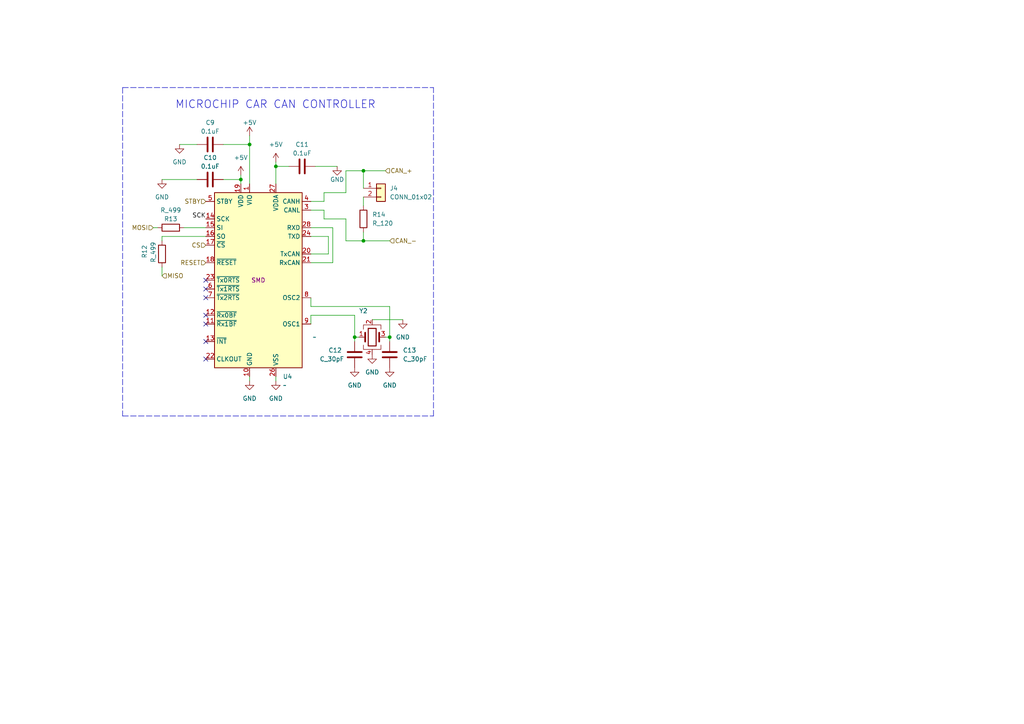
<source format=kicad_sch>
(kicad_sch (version 20211123) (generator eeschema)
  (paper "A4")
  (lib_symbols
    (symbol "OEM:0u1F" (pin_numbers hide) (pin_names (offset 0.254))
      (property "Reference" "C" (at 0.635 2.54 0))
      (property "Value" "0u1F" (at 0.635 -2.54 0))
      (symbol "0u1F_0_1"
        (polyline (pts (xy -2.032 -0.762) (xy 2.032 -0.762)) (stroke (width 0.508)))
        (polyline (pts (xy -2.032 0.762) (xy 2.032 0.762)) (stroke (width 0.508)))
      )
      (symbol "0u1F_1_1"
        (pin passive line (at 0 3.81 270) (length 2.794) (name "~") (number "1"))
        (pin passive line (at 0 -3.81 90) (length 2.794) (name "~") (number "2"))
      )
    )
    (symbol "OEM:120R" (pin_numbers hide) (pin_names (offset 0))
      (property "Reference" "R" (at 2.032 0 90))
      (property "Value" "120R" (at 0 0 90))
      (symbol "120R_0_1"
        (rectangle (start -1.016 -2.54) (end 1.016 2.54) (stroke (width 0.254)))
      )
      (symbol "120R_1_1"
        (pin passive line (at 0 3.81 270) (length 1.27) (name "~") (number "1"))
        (pin passive line (at 0 -3.81 90) (length 1.27) (name "~") (number "2"))
      )
    )
    (symbol "OEM:30pF" (pin_numbers hide) (pin_names (offset 0.254))
      (property "Reference" "C" (at 0.635 2.54 0))
      (property "Value" "30pF" (at 0.635 -2.54 0))
      (symbol "30pF_0_1"
        (polyline (pts (xy -2.032 -0.762) (xy 2.032 -0.762)) (stroke (width 0.508)))
        (polyline (pts (xy -2.032 0.762) (xy 2.032 0.762)) (stroke (width 0.508)))
      )
      (symbol "30pF_1_1"
        (pin passive line (at 0 3.81 270) (length 2.794) (name "~") (number "1"))
        (pin passive line (at 0 -3.81 90) (length 2.794) (name "~") (number "2"))
      )
    )
    (symbol "OEM:499R" (pin_numbers hide) (pin_names (offset 0))
      (property "Reference" "R" (at 2.032 0 90))
      (property "Value" "499R" (at 0 0 90))
      (symbol "499R_0_1"
        (rectangle (start -1.016 -2.54) (end 1.016 2.54) (stroke (width 0.254)))
      )
      (symbol "499R_1_1"
        (pin passive line (at 0 3.81 270) (length 1.27) (name "~") (number "1"))
        (pin passive line (at 0 -3.81 90) (length 1.27) (name "~") (number "2"))
      )
    )
    (symbol "OEM:CONN_01x02" (pin_names (offset 1.016) hide)
      (property "Reference" "J" (at 0 2.54 0))
      (property "Value" "CONN_01x02" (at 0 -5.08 0))
      (symbol "CONN_01x02_1_1"
        (rectangle (start -1.27 -2.413) (end 0 -2.667) (stroke (width 0.1524)))
        (rectangle (start -1.27 0.127) (end 0 -0.127) (stroke (width 0.1524)))
        (rectangle (start -1.27 1.27) (end 1.27 -3.81) (stroke (width 0.254)) (fill (type background)))
        (pin passive line (at -5.08 0 0) (length 3.81) (name "Pin_1") (number "1"))
        (pin passive line (at -5.08 -2.54 0) (length 3.81) (name "Pin_2") (number "2"))
      )
    )
    (symbol "OEM:Crystal_16MHz_18pF" (pin_names (offset 1.016) hide)
      (property "Reference" "Y" (at 3.175 5.08 0))
      (property "Value" "Crystal_16MHz_18pF" (at 3.175 3.175 0))
      (symbol "Crystal_16MHz_18pF_0_1"
        (rectangle (start -1.143 2.54) (end 1.143 -2.54) (stroke (width 0.3048)))
        (polyline (pts (xy -2.54 0) (xy -2.032 0)))
        (polyline (pts (xy -2.032 -1.27) (xy -2.032 1.27)) (stroke (width 0.508)))
        (polyline (pts (xy 0 -3.81) (xy 0 -3.556)))
        (polyline (pts (xy 0 3.556) (xy 0 3.81)))
        (polyline (pts (xy 2.032 -1.27) (xy 2.032 1.27)) (stroke (width 0.508)))
        (polyline (pts (xy 2.032 0) (xy 2.54 0)))
        (polyline (pts (xy -2.54 -2.286) (xy -2.54 -3.556) (xy 2.54 -3.556) (xy 2.54 -2.286)))
        (polyline (pts (xy -2.54 2.286) (xy -2.54 3.556) (xy 2.54 3.556) (xy 2.54 2.286)))
      )
      (symbol "Crystal_16MHz_18pF_1_1"
        (pin passive line (at -3.81 0 0) (length 1.27) (name "1") (number "1"))
        (pin passive line (at 0 5.08 270) (length 1.27) (name "2") (number "2"))
        (pin passive line (at 3.81 0 180) (length 1.27) (name "3") (number "3"))
        (pin passive line (at 0 -5.08 90) (length 1.27) (name "4") (number "4"))
      )
    )
    (symbol "OEM:MCP25625-x-SS"
      (property "Reference" "U" (at -11.43 26.67 0))
      (property "Value" "MCP25625-x-SS" (at 15.24 26.67 0))
      (property "NewDesigns" "CHECK STOCK FIRST" (at 0 -33.02 0))
      (property "Style" "SMD" (at 0 0 0))
      (symbol "MCP25625-x-SS_0_1"
        (rectangle (start -12.7 25.4) (end 12.7 -25.4) (stroke (width 0.254)) (fill (type background)))
      )
      (symbol "MCP25625-x-SS_1_1"
        (pin power_in line (at -2.54 27.94 270) (length 2.54) (name "VIO") (number "1"))
        (pin power_in line (at -2.54 -27.94 90) (length 2.54) (name "GND") (number "10"))
        (pin output line (at -15.24 -12.7 0) (length 2.54) (name "~{Rx1BF}") (number "11"))
        (pin output line (at -15.24 -10.16 0) (length 2.54) (name "~{Rx0BF}") (number "12"))
        (pin output line (at -15.24 -17.78 0) (length 2.54) (name "~{INT}") (number "13"))
        (pin input line (at -15.24 17.78 0) (length 2.54) (name "SCK") (number "14"))
        (pin input line (at -15.24 15.24 0) (length 2.54) (name "SI") (number "15"))
        (pin output line (at -15.24 12.7 0) (length 2.54) (name "SO") (number "16"))
        (pin input line (at -15.24 10.16 0) (length 2.54) (name "~{CS}") (number "17"))
        (pin input line (at -15.24 5.08 0) (length 2.54) (name "~{RESET}") (number "18"))
        (pin power_in line (at -5.08 27.94 270) (length 2.54) (name "VDD") (number "19"))
        (pin no_connect line (at 12.7 -15.24 180) (length 2.54) hide (name "NC") (number "2"))
        (pin output line (at 15.24 7.62 180) (length 2.54) (name "TxCAN") (number "20"))
        (pin input line (at 15.24 5.08 180) (length 2.54) (name "RxCAN") (number "21"))
        (pin output line (at -15.24 -22.86 0) (length 2.54) (name "CLKOUT") (number "22"))
        (pin input line (at -15.24 0 0) (length 2.54) (name "~{Tx0RTS}") (number "23"))
        (pin input line (at 15.24 12.7 180) (length 2.54) (name "TXD") (number "24"))
        (pin no_connect line (at 12.7 -17.78 180) (length 2.54) hide (name "NC") (number "25"))
        (pin power_in line (at 5.08 -27.94 90) (length 2.54) (name "VSS") (number "26"))
        (pin power_in line (at 5.08 27.94 270) (length 2.54) (name "VDDA") (number "27"))
        (pin output line (at 15.24 15.24 180) (length 2.54) (name "RXD") (number "28"))
        (pin bidirectional line (at 15.24 20.32 180) (length 2.54) (name "CANL") (number "3"))
        (pin bidirectional line (at 15.24 22.86 180) (length 2.54) (name "CANH") (number "4"))
        (pin input line (at -15.24 22.86 0) (length 2.54) (name "STBY") (number "5"))
        (pin input line (at -15.24 -2.54 0) (length 2.54) (name "~{Tx1RTS}") (number "6"))
        (pin input line (at -15.24 -5.08 0) (length 2.54) (name "~{Tx2RTS}") (number "7"))
        (pin output line (at 15.24 -5.08 180) (length 2.54) (name "OSC2") (number "8"))
        (pin input line (at 15.24 -12.7 180) (length 2.54) (name "OSC1") (number "9"))
      )
    )
    (symbol "power:+5V" (power) (pin_names (offset 0))
      (property "Value" "+5V" (at 0 3.556 0))
      (symbol "+5V_0_1"
        (polyline (pts (xy -0.762 1.27) (xy 0 2.54)))
        (polyline (pts (xy 0 0) (xy 0 2.54)))
        (polyline (pts (xy 0 2.54) (xy 0.762 1.27)))
      )
      (symbol "+5V_1_1"
        (pin power_in line (at 0 0 90) (length 0) hide (name "+5V") (number "1"))
      )
    )
    (symbol "power:GND" (power) (pin_names (offset 0))
      (property "Value" "GND" (at 0 -3.81 0))
      (symbol "GND_0_1"
        (polyline (pts (xy 0 0) (xy 0 -1.27) (xy 1.27 -1.27) (xy 0 -2.54) (xy -1.27 -1.27) (xy 0 -1.27)))
      )
      (symbol "GND_1_1"
        (pin power_in line (at 0 0 270) (length 0) hide (name "GND") (number "1"))
      )
    )
  )
  (junction (at 72.39 41.91))
  (junction (at 105.41 49.53))
  (junction (at 113.03 97.79))
  (junction (at 105.41 69.85))
  (junction (at 102.87 97.79))
  (junction (at 80.01 48.26))
  (junction (at 69.85 52.07))
  (no_connect (at 59.69 99.06))
  (no_connect (at 59.69 104.14))
  (no_connect (at 59.69 91.44))
  (no_connect (at 59.69 83.82))
  (no_connect (at 59.69 86.36))
  (no_connect (at 59.69 93.98))
  (no_connect (at 59.69 81.28))
  (wire (pts (xy 46.99 52.07) (xy 57.15 52.07)))
  (wire (pts (xy 90.17 88.9) (xy 90.17 86.36)))
  (wire (pts (xy 96.52 66.04) (xy 90.17 66.04)))
  (wire (pts (xy 105.41 67.31) (xy 105.41 69.85)))
  (wire (pts (xy 105.41 49.53) (xy 111.76 49.53)))
  (polyline (pts (xy 35.56 120.65) (xy 125.73 120.65)))
  (wire (pts (xy 72.39 39.37) (xy 72.39 41.91)))
  (wire (pts (xy 113.03 88.9) (xy 113.03 97.79)))
  (wire (pts (xy 102.87 97.79) (xy 102.87 99.06)))
  (wire (pts (xy 69.85 52.07) (xy 69.85 53.34)))
  (wire (pts (xy 90.17 76.2) (xy 96.52 76.2)))
  (wire (pts (xy 93.98 55.88) (xy 100.33 55.88)))
  (wire (pts (xy 111.76 97.79) (xy 113.03 97.79)))
  (wire (pts (xy 100.33 49.53) (xy 105.41 49.53)))
  (wire (pts (xy 93.98 60.96) (xy 93.98 63.5)))
  (wire (pts (xy 53.34 66.04) (xy 59.69 66.04)))
  (wire (pts (xy 90.17 60.96) (xy 93.98 60.96)))
  (wire (pts (xy 93.98 58.42) (xy 93.98 55.88)))
  (wire (pts (xy 105.41 57.15) (xy 105.41 59.69)))
  (wire (pts (xy 80.01 109.22) (xy 80.01 110.49)))
  (wire (pts (xy 46.99 68.58) (xy 46.99 69.85)))
  (wire (pts (xy 95.25 68.58) (xy 95.25 73.66)))
  (polyline (pts (xy 35.56 25.4) (xy 35.56 120.65)))
  (wire (pts (xy 59.69 68.58) (xy 46.99 68.58)))
  (wire (pts (xy 102.87 97.79) (xy 104.14 97.79)))
  (wire (pts (xy 64.77 41.91) (xy 72.39 41.91)))
  (wire (pts (xy 90.17 68.58) (xy 95.25 68.58)))
  (wire (pts (xy 102.87 91.44) (xy 90.17 91.44)))
  (wire (pts (xy 90.17 88.9) (xy 113.03 88.9)))
  (wire (pts (xy 69.85 50.8) (xy 69.85 52.07)))
  (wire (pts (xy 100.33 49.53) (xy 100.33 55.88)))
  (polyline (pts (xy 35.56 25.4) (xy 125.73 25.4)))
  (wire (pts (xy 80.01 48.26) (xy 83.82 48.26)))
  (wire (pts (xy 69.85 52.07) (xy 64.77 52.07)))
  (wire (pts (xy 105.41 69.85) (xy 100.33 69.85)))
  (wire (pts (xy 44.45 66.04) (xy 45.72 66.04)))
  (wire (pts (xy 90.17 91.44) (xy 90.17 93.98)))
  (wire (pts (xy 100.33 69.85) (xy 100.33 63.5)))
  (polyline (pts (xy 125.73 120.65) (xy 125.73 25.4)))
  (wire (pts (xy 72.39 109.22) (xy 72.39 110.49)))
  (wire (pts (xy 113.03 97.79) (xy 113.03 99.06)))
  (wire (pts (xy 105.41 49.53) (xy 105.41 54.61)))
  (wire (pts (xy 96.52 76.2) (xy 96.52 66.04)))
  (wire (pts (xy 52.07 41.91) (xy 57.15 41.91)))
  (wire (pts (xy 93.98 63.5) (xy 100.33 63.5)))
  (wire (pts (xy 102.87 91.44) (xy 102.87 97.79)))
  (wire (pts (xy 95.25 73.66) (xy 90.17 73.66)))
  (wire (pts (xy 46.99 77.47) (xy 46.99 80.01)))
  (wire (pts (xy 107.95 92.71) (xy 116.84 92.71)))
  (wire (pts (xy 72.39 41.91) (xy 72.39 53.34)))
  (wire (pts (xy 113.03 69.85) (xy 105.41 69.85)))
  (wire (pts (xy 90.17 58.42) (xy 93.98 58.42)))
  (wire (pts (xy 80.01 46.99) (xy 80.01 48.26)))
  (wire (pts (xy 80.01 48.26) (xy 80.01 53.34)))
  (wire (pts (xy 91.44 48.26) (xy 97.79 48.26)))
  (text "MICROCHIP CAR CAN CONTROLLER" (at 50.8 31.75 0) (effects (font (size 2.2606 2.2606)) (justify left bottom)))
  (label "SCK" (at 59.69 63.5 180))
  (hierarchical_label "CS" (shape input) (at 59.69 71.12 180))
  (hierarchical_label "CAN_+" (shape input) (at 111.76 49.53 0))
  (hierarchical_label "CAN_-" (shape input) (at 113.03 69.85 0))
  (hierarchical_label "RESET" (shape input) (at 59.69 76.2 180))
  (hierarchical_label "MISO" (shape input) (at 46.99 80.01 0))
  (hierarchical_label "STBY" (shape input) (at 59.69 58.42 180))
  (hierarchical_label "MOSI" (shape input) (at 44.45 66.04 180))
  (symbol (lib_id "power:GND") (at 52.07 41.91 0) (unit 1)
    (property "Reference" "#PWR?" (effects hide))
    (property "Value" "GND" (at 52.07 46.99 0))
  )
  (symbol (lib_id "power:GND") (at 113.03 106.68 0) (unit 1)
    (property "Reference" "#PWR?" (effects hide))
    (property "Value" "GND" (at 113.03 111.76 0))
  )
  (symbol (lib_id "power:GND") (at 46.99 52.07 0) (unit 1)
    (property "Reference" "#PWR?" (effects hide))
    (property "Value" "GND" (at 46.99 57.15 0))
  )
  (symbol (lib_id "power:GND") (at 107.95 102.87 0) (unit 1)
    (property "Reference" "#PWR?" (effects hide))
    (property "Value" "GND" (at 107.95 107.95 0))
  )
  (symbol (lib_id "power:GND") (at 72.39 110.49 0) (unit 1)
    (property "Reference" "#PWR?" (effects hide))
    (property "Value" "GND" (at 72.39 115.57 0))
  )
  (symbol (lib_id "OEM:MCP25625-x-SS") (at 74.93 81.28 0) (unit 1)
    (property "Reference" "U4" (at 82.0294 109.22 0) (effects (justify left)))
    (property "Value" "~" (at 82.0294 111.76 0) (effects (justify left)))
    (property "Footprint" "Package_SO:SSOP-28_5.3x10.2mm_P0.65mm" (effects hide))
    (property "Datasheet" "http://ww1.microchip.com/downloads/en/DeviceDoc/20005282B.pdf" (effects hide))
    (property "MFN" "Microchip" (effects hide))
    (property "MPN" "MCP25625" (effects hide))
    (property "DKPN" "MCP25625T-E/SSCT-ND" (effects hide))
    (property "NewDesigns" "CHECK STOCK FIRST" (effects hide))
    (property "Stocked" "Tape" (effects hide))
    (property "Package" "SSOP-28" (effects hide))
    (property "Style" "SMD" (at 74.93 81.28 0))
  )
  (symbol (lib_id "OEM:499R") (at 49.53 66.04 90) (unit 1)
    (property "Reference" "R13" (at 49.53 63.5 90))
    (property "Value" "R_499" (at 49.53 60.96 90))
    (property "Footprint" "OEM:R_0603" (effects hide))
    (property "Datasheet" "https://www.yageo.com/upload/media/product/productsearch/datasheet/rchip/PYu-RC_Group_51_RoHS_L_12.pdf" (effects hide))
    (property "MPN" "RC0603FR-10499RL" (effects hide))
    (property "MFN" "Yageo" (effects hide))
    (property "DKPN" "13-RC0603FR-10499RLDKR-ND" (effects hide))
    (property "NewDesigns" "YES" (effects hide))
    (property "Stocked" "Digi-Reel" (effects hide))
    (property "Package" "0603" (effects hide))
    (property "Style" "SMD" (effects hide))
  )
  (symbol (lib_id "power:+5V") (at 72.39 39.37 0) (unit 1)
    (property "Reference" "#PWR?" (effects hide))
    (property "Value" "+5V" (at 72.39 35.56 0))
  )
  (symbol (lib_id "OEM:0u1F") (at 87.63 48.26 90) (unit 1)
    (property "Reference" "C11" (at 87.63 41.91 90))
    (property "Value" "0.1uF" (at 87.63 44.45 90))
    (property "Footprint" "OEM:C_0603" (effects hide))
    (property "Datasheet" "${OEM_DIR}/parts/datasheets/samsung_CL10B104KB8NNWC.pdf" (effects hide))
    (property "MFN" "Samsung Electro-Mechanics" (effects hide))
    (property "MPN" "CL10B104KB8NNWC" (effects hide))
    (property "DKPN" "1276-1935-2-ND" (effects hide))
    (property "Package" "0603" (effects hide))
    (property "Stocked" "Reel" (effects hide))
    (property "NewDesigns" "YES" (effects hide))
    (property "Style" "SMD" (effects hide))
  )
  (symbol (lib_id "OEM:499R") (at 46.99 73.66 180) (unit 1)
    (property "Reference" "R12" (at 41.91 74.93 90) (effects (justify right)))
    (property "Value" "R_499" (at 44.45 76.2 90) (effects (justify right)))
    (property "Footprint" "OEM:R_0603" (effects hide))
    (property "Datasheet" "https://www.yageo.com/upload/media/product/productsearch/datasheet/rchip/PYu-RC_Group_51_RoHS_L_12.pdf" (effects hide))
    (property "MPN" "RC0603FR-10499RL" (effects hide))
    (property "MFN" "Yageo" (effects hide))
    (property "DKPN" "13-RC0603FR-10499RLDKR-ND" (effects hide))
    (property "NewDesigns" "YES" (effects hide))
    (property "Stocked" "Digi-Reel" (effects hide))
    (property "Package" "0603" (effects hide))
    (property "Style" "SMD" (effects hide))
  )
  (symbol (lib_id "power:GND") (at 116.84 92.71 0) (unit 1)
    (property "Reference" "#PWR?" (effects hide))
    (property "Value" "GND" (at 116.84 97.79 0))
  )
  (symbol (lib_id "OEM:Crystal_16MHz_18pF") (at 107.95 97.79 0) (unit 1)
    (property "Reference" "Y2" (at 104.14 90.17 0) (effects (justify left)))
    (property "Value" "~" (at 90.678 97.79 0) (effects (justify left)))
    (property "Footprint" "OEM:Crystal_TXC7M" (effects hide))
    (property "Datasheet" "http://txccrystal.com/images/pdf/7m.pdf" (effects hide))
    (property "MFN" "TXC" (effects hide))
    (property "MPN" "7M-16.000MAAJ-T" (effects hide))
    (property "DKPN" "887-1125-1-ND" (effects hide))
    (property "NewDesigns" "YES" (effects hide))
    (property "Stocked" "Tape" (effects hide))
    (property "Package" "Custom" (effects hide))
    (property "Style" "SMD" (effects hide))
  )
  (symbol (lib_id "power:+5V") (at 69.85 50.8 0) (unit 1)
    (property "Reference" "#PWR?" (effects hide))
    (property "Value" "+5V" (at 69.85 45.72 0))
  )
  (symbol (lib_id "OEM:CONN_01x02") (at 110.49 54.61 0) (unit 1)
    (property "Reference" "J4" (at 113.03 54.6099 0) (effects (justify left)))
    (property "Value" "CONN_01x02" (at 113.03 57.1499 0) (effects (justify left)))
    (property "Footprint" "footprints:pinheader_1x2" (effects hide))
    (property "MFN" "Adam Tech" (effects hide))
    (property "MPN" "PH1-02-UA" (effects hide))
    (property "DKPN" "2057-PH1-02-UA-ND" (effects hide))
    (property "NewDesigns" "YES" (effects hide))
    (property "Stocked" "Bulk" (effects hide))
    (property "Package" "2.54mm pin header" (effects hide))
    (property "Style" "THT" (effects hide))
    (property "MatesWith" "S9337-ND" (effects hide))
  )
  (symbol (lib_id "OEM:0u1F") (at 60.96 41.91 90) (unit 1)
    (property "Reference" "C9" (at 60.96 35.56 90))
    (property "Value" "0.1uF" (at 60.96 38.1 90))
    (property "Footprint" "OEM:C_0603" (effects hide))
    (property "Datasheet" "${OEM_DIR}/parts/datasheets/samsung_CL10B104KB8NNWC.pdf" (effects hide))
    (property "MFN" "Samsung Electro-Mechanics" (effects hide))
    (property "MPN" "CL10B104KB8NNWC" (effects hide))
    (property "DKPN" "1276-1935-2-ND" (effects hide))
    (property "Package" "0603" (effects hide))
    (property "Stocked" "Reel" (effects hide))
    (property "NewDesigns" "YES" (effects hide))
    (property "Style" "SMD" (effects hide))
  )
  (symbol (lib_id "power:+5V") (at 80.01 46.99 0) (unit 1)
    (property "Reference" "#PWR?" (effects hide))
    (property "Value" "+5V" (at 80.01 41.91 0))
  )
  (symbol (lib_id "OEM:30pF") (at 113.03 102.87 0) (unit 1)
    (property "Reference" "C13" (at 116.84 101.5999 0) (effects (justify left)))
    (property "Value" "C_30pF" (at 116.84 104.1399 0) (effects (justify left)))
    (property "Footprint" "OEM:C_0603" (effects hide))
    (property "Datasheet" "https://www.seielect.com/Catalog/SEI-CML.PDF" (effects hide))
    (property "MFN" "Stackpole Electronics" (effects hide))
    (property "MPN" "CML0603C0G300JT50V" (effects hide))
    (property "DKPN" "738-CML0603C0G300JT50VDKR-ND" (effects hide))
    (property "NewDesigns" "YES" (effects hide))
    (property "Stocked" "Digi-Reel" (effects hide))
    (property "Package" "0603" (effects hide))
    (property "Style" "SMD" (effects hide))
  )
  (symbol (lib_id "power:GND") (at 97.79 48.26 0) (unit 1)
    (property "Reference" "#PWR?" (effects hide))
    (property "Value" "GND" (at 97.79 52.07 0))
  )
  (symbol (lib_id "OEM:0u1F") (at 60.96 52.07 270) (unit 1)
    (property "Reference" "C10" (at 60.96 45.72 90))
    (property "Value" "0.1uF" (at 60.96 48.26 90))
    (property "Footprint" "OEM:C_0603" (effects hide))
    (property "Datasheet" "${OEM_DIR}/parts/datasheets/samsung_CL10B104KB8NNWC.pdf" (effects hide))
    (property "MFN" "Samsung Electro-Mechanics" (effects hide))
    (property "MPN" "CL10B104KB8NNWC" (effects hide))
    (property "DKPN" "1276-1935-2-ND" (effects hide))
    (property "Package" "0603" (effects hide))
    (property "Stocked" "Reel" (effects hide))
    (property "NewDesigns" "YES" (effects hide))
    (property "Style" "SMD" (effects hide))
  )
  (symbol (lib_id "OEM:120R") (at 105.41 63.5 0) (unit 1)
    (property "Reference" "R14" (at 107.95 62.2299 0) (effects (justify left)))
    (property "Value" "R_120" (at 107.95 64.7699 0) (effects (justify left)))
    (property "Footprint" "OEM:R_0603" (effects hide))
    (property "Datasheet" "https://www.yageo.com/upload/media/product/productsearch/datasheet/rchip/PYu-RC_Group_51_RoHS_L_12.pdf" (effects hide))
    (property "MFN" "Yageo" (effects hide))
    (property "MPN" "RC0603FR-13120RL" (effects hide))
    (property "DKPN" "13-RC0603FR-13120RLDKR-ND" (effects hide))
    (property "Package" "0603" (effects hide))
    (property "NewDesigns" "YES" (effects hide))
    (property "Stocked" "Digi-Reel" (effects hide))
    (property "Style" "SMD" (effects hide))
  )
  (symbol (lib_id "power:GND") (at 102.87 106.68 0) (unit 1)
    (property "Reference" "#PWR?" (effects hide))
    (property "Value" "GND" (at 102.87 111.76 0))
  )
  (symbol (lib_id "OEM:30pF") (at 102.87 102.87 180) (unit 1)
    (property "Reference" "C12" (at 95.25 101.6 0) (effects (justify right)))
    (property "Value" "C_30pF" (at 92.71 104.14 0) (effects (justify right)))
    (property "Footprint" "OEM:C_0603" (effects hide))
    (property "Datasheet" "https://www.seielect.com/Catalog/SEI-CML.PDF" (effects hide))
    (property "MFN" "Stackpole Electronics" (effects hide))
    (property "MPN" "CML0603C0G300JT50V" (effects hide))
    (property "DKPN" "738-CML0603C0G300JT50VDKR-ND" (effects hide))
    (property "NewDesigns" "YES" (effects hide))
    (property "Stocked" "Digi-Reel" (effects hide))
    (property "Package" "0603" (effects hide))
    (property "Style" "SMD" (effects hide))
  )
  (symbol (lib_id "power:GND") (at 80.01 110.49 0) (unit 1)
    (property "Reference" "#PWR?" (effects hide))
    (property "Value" "GND" (at 80.01 115.57 0))
  )
)
</source>
